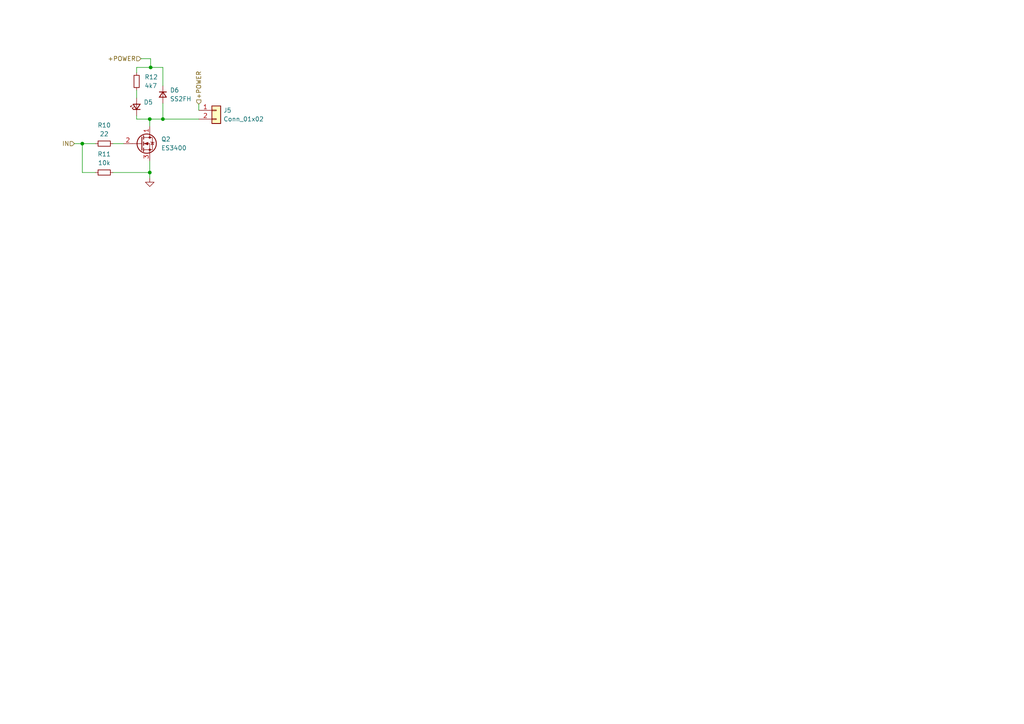
<source format=kicad_sch>
(kicad_sch (version 20211123) (generator eeschema)

  (uuid c311b5fd-a45f-47c3-9dfc-aa81b0b48919)

  (paper "A4")

  (lib_symbols
    (symbol "Connector_Generic:Conn_01x02" (pin_names (offset 1.016) hide) (in_bom yes) (on_board yes)
      (property "Reference" "J" (id 0) (at 0 2.54 0)
        (effects (font (size 1.27 1.27)))
      )
      (property "Value" "Conn_01x02" (id 1) (at 0 -5.08 0)
        (effects (font (size 1.27 1.27)))
      )
      (property "Footprint" "" (id 2) (at 0 0 0)
        (effects (font (size 1.27 1.27)) hide)
      )
      (property "Datasheet" "~" (id 3) (at 0 0 0)
        (effects (font (size 1.27 1.27)) hide)
      )
      (property "ki_keywords" "connector" (id 4) (at 0 0 0)
        (effects (font (size 1.27 1.27)) hide)
      )
      (property "ki_description" "Generic connector, single row, 01x02, script generated (kicad-library-utils/schlib/autogen/connector/)" (id 5) (at 0 0 0)
        (effects (font (size 1.27 1.27)) hide)
      )
      (property "ki_fp_filters" "Connector*:*_1x??_*" (id 6) (at 0 0 0)
        (effects (font (size 1.27 1.27)) hide)
      )
      (symbol "Conn_01x02_1_1"
        (rectangle (start -1.27 -2.413) (end 0 -2.667)
          (stroke (width 0.1524) (type default) (color 0 0 0 0))
          (fill (type none))
        )
        (rectangle (start -1.27 0.127) (end 0 -0.127)
          (stroke (width 0.1524) (type default) (color 0 0 0 0))
          (fill (type none))
        )
        (rectangle (start -1.27 1.27) (end 1.27 -3.81)
          (stroke (width 0.254) (type default) (color 0 0 0 0))
          (fill (type background))
        )
        (pin passive line (at -5.08 0 0) (length 3.81)
          (name "Pin_1" (effects (font (size 1.27 1.27))))
          (number "1" (effects (font (size 1.27 1.27))))
        )
        (pin passive line (at -5.08 -2.54 0) (length 3.81)
          (name "Pin_2" (effects (font (size 1.27 1.27))))
          (number "2" (effects (font (size 1.27 1.27))))
        )
      )
    )
    (symbol "Device:D_Small" (pin_numbers hide) (pin_names (offset 0.254) hide) (in_bom yes) (on_board yes)
      (property "Reference" "D" (id 0) (at -1.27 2.032 0)
        (effects (font (size 1.27 1.27)) (justify left))
      )
      (property "Value" "D_Small" (id 1) (at -3.81 -2.032 0)
        (effects (font (size 1.27 1.27)) (justify left))
      )
      (property "Footprint" "" (id 2) (at 0 0 90)
        (effects (font (size 1.27 1.27)) hide)
      )
      (property "Datasheet" "~" (id 3) (at 0 0 90)
        (effects (font (size 1.27 1.27)) hide)
      )
      (property "ki_keywords" "diode" (id 4) (at 0 0 0)
        (effects (font (size 1.27 1.27)) hide)
      )
      (property "ki_description" "Diode, small symbol" (id 5) (at 0 0 0)
        (effects (font (size 1.27 1.27)) hide)
      )
      (property "ki_fp_filters" "TO-???* *_Diode_* *SingleDiode* D_*" (id 6) (at 0 0 0)
        (effects (font (size 1.27 1.27)) hide)
      )
      (symbol "D_Small_0_1"
        (polyline
          (pts
            (xy -0.762 -1.016)
            (xy -0.762 1.016)
          )
          (stroke (width 0.254) (type default) (color 0 0 0 0))
          (fill (type none))
        )
        (polyline
          (pts
            (xy -0.762 0)
            (xy 0.762 0)
          )
          (stroke (width 0) (type default) (color 0 0 0 0))
          (fill (type none))
        )
        (polyline
          (pts
            (xy 0.762 -1.016)
            (xy -0.762 0)
            (xy 0.762 1.016)
            (xy 0.762 -1.016)
          )
          (stroke (width 0.254) (type default) (color 0 0 0 0))
          (fill (type none))
        )
      )
      (symbol "D_Small_1_1"
        (pin passive line (at -2.54 0 0) (length 1.778)
          (name "K" (effects (font (size 1.27 1.27))))
          (number "1" (effects (font (size 1.27 1.27))))
        )
        (pin passive line (at 2.54 0 180) (length 1.778)
          (name "A" (effects (font (size 1.27 1.27))))
          (number "2" (effects (font (size 1.27 1.27))))
        )
      )
    )
    (symbol "Device:LED_Small" (pin_numbers hide) (pin_names (offset 0.254) hide) (in_bom yes) (on_board yes)
      (property "Reference" "D" (id 0) (at -1.27 3.175 0)
        (effects (font (size 1.27 1.27)) (justify left))
      )
      (property "Value" "LED_Small" (id 1) (at -4.445 -2.54 0)
        (effects (font (size 1.27 1.27)) (justify left))
      )
      (property "Footprint" "" (id 2) (at 0 0 90)
        (effects (font (size 1.27 1.27)) hide)
      )
      (property "Datasheet" "~" (id 3) (at 0 0 90)
        (effects (font (size 1.27 1.27)) hide)
      )
      (property "ki_keywords" "LED diode light-emitting-diode" (id 4) (at 0 0 0)
        (effects (font (size 1.27 1.27)) hide)
      )
      (property "ki_description" "Light emitting diode, small symbol" (id 5) (at 0 0 0)
        (effects (font (size 1.27 1.27)) hide)
      )
      (property "ki_fp_filters" "LED* LED_SMD:* LED_THT:*" (id 6) (at 0 0 0)
        (effects (font (size 1.27 1.27)) hide)
      )
      (symbol "LED_Small_0_1"
        (polyline
          (pts
            (xy -0.762 -1.016)
            (xy -0.762 1.016)
          )
          (stroke (width 0.254) (type default) (color 0 0 0 0))
          (fill (type none))
        )
        (polyline
          (pts
            (xy 1.016 0)
            (xy -0.762 0)
          )
          (stroke (width 0) (type default) (color 0 0 0 0))
          (fill (type none))
        )
        (polyline
          (pts
            (xy 0.762 -1.016)
            (xy -0.762 0)
            (xy 0.762 1.016)
            (xy 0.762 -1.016)
          )
          (stroke (width 0.254) (type default) (color 0 0 0 0))
          (fill (type none))
        )
        (polyline
          (pts
            (xy 0 0.762)
            (xy -0.508 1.27)
            (xy -0.254 1.27)
            (xy -0.508 1.27)
            (xy -0.508 1.016)
          )
          (stroke (width 0) (type default) (color 0 0 0 0))
          (fill (type none))
        )
        (polyline
          (pts
            (xy 0.508 1.27)
            (xy 0 1.778)
            (xy 0.254 1.778)
            (xy 0 1.778)
            (xy 0 1.524)
          )
          (stroke (width 0) (type default) (color 0 0 0 0))
          (fill (type none))
        )
      )
      (symbol "LED_Small_1_1"
        (pin passive line (at -2.54 0 0) (length 1.778)
          (name "K" (effects (font (size 1.27 1.27))))
          (number "1" (effects (font (size 1.27 1.27))))
        )
        (pin passive line (at 2.54 0 180) (length 1.778)
          (name "A" (effects (font (size 1.27 1.27))))
          (number "2" (effects (font (size 1.27 1.27))))
        )
      )
    )
    (symbol "Device:Q_NMOS_DGS" (pin_names (offset 0) hide) (in_bom yes) (on_board yes)
      (property "Reference" "Q" (id 0) (at 5.08 1.27 0)
        (effects (font (size 1.27 1.27)) (justify left))
      )
      (property "Value" "Q_NMOS_DGS" (id 1) (at 5.08 -1.27 0)
        (effects (font (size 1.27 1.27)) (justify left))
      )
      (property "Footprint" "" (id 2) (at 5.08 2.54 0)
        (effects (font (size 1.27 1.27)) hide)
      )
      (property "Datasheet" "~" (id 3) (at 0 0 0)
        (effects (font (size 1.27 1.27)) hide)
      )
      (property "ki_keywords" "transistor NMOS N-MOS N-MOSFET" (id 4) (at 0 0 0)
        (effects (font (size 1.27 1.27)) hide)
      )
      (property "ki_description" "N-MOSFET transistor, drain/gate/source" (id 5) (at 0 0 0)
        (effects (font (size 1.27 1.27)) hide)
      )
      (symbol "Q_NMOS_DGS_0_1"
        (polyline
          (pts
            (xy 0.254 0)
            (xy -2.54 0)
          )
          (stroke (width 0) (type default) (color 0 0 0 0))
          (fill (type none))
        )
        (polyline
          (pts
            (xy 0.254 1.905)
            (xy 0.254 -1.905)
          )
          (stroke (width 0.254) (type default) (color 0 0 0 0))
          (fill (type none))
        )
        (polyline
          (pts
            (xy 0.762 -1.27)
            (xy 0.762 -2.286)
          )
          (stroke (width 0.254) (type default) (color 0 0 0 0))
          (fill (type none))
        )
        (polyline
          (pts
            (xy 0.762 0.508)
            (xy 0.762 -0.508)
          )
          (stroke (width 0.254) (type default) (color 0 0 0 0))
          (fill (type none))
        )
        (polyline
          (pts
            (xy 0.762 2.286)
            (xy 0.762 1.27)
          )
          (stroke (width 0.254) (type default) (color 0 0 0 0))
          (fill (type none))
        )
        (polyline
          (pts
            (xy 2.54 2.54)
            (xy 2.54 1.778)
          )
          (stroke (width 0) (type default) (color 0 0 0 0))
          (fill (type none))
        )
        (polyline
          (pts
            (xy 2.54 -2.54)
            (xy 2.54 0)
            (xy 0.762 0)
          )
          (stroke (width 0) (type default) (color 0 0 0 0))
          (fill (type none))
        )
        (polyline
          (pts
            (xy 0.762 -1.778)
            (xy 3.302 -1.778)
            (xy 3.302 1.778)
            (xy 0.762 1.778)
          )
          (stroke (width 0) (type default) (color 0 0 0 0))
          (fill (type none))
        )
        (polyline
          (pts
            (xy 1.016 0)
            (xy 2.032 0.381)
            (xy 2.032 -0.381)
            (xy 1.016 0)
          )
          (stroke (width 0) (type default) (color 0 0 0 0))
          (fill (type outline))
        )
        (polyline
          (pts
            (xy 2.794 0.508)
            (xy 2.921 0.381)
            (xy 3.683 0.381)
            (xy 3.81 0.254)
          )
          (stroke (width 0) (type default) (color 0 0 0 0))
          (fill (type none))
        )
        (polyline
          (pts
            (xy 3.302 0.381)
            (xy 2.921 -0.254)
            (xy 3.683 -0.254)
            (xy 3.302 0.381)
          )
          (stroke (width 0) (type default) (color 0 0 0 0))
          (fill (type none))
        )
        (circle (center 1.651 0) (radius 2.794)
          (stroke (width 0.254) (type default) (color 0 0 0 0))
          (fill (type none))
        )
        (circle (center 2.54 -1.778) (radius 0.254)
          (stroke (width 0) (type default) (color 0 0 0 0))
          (fill (type outline))
        )
        (circle (center 2.54 1.778) (radius 0.254)
          (stroke (width 0) (type default) (color 0 0 0 0))
          (fill (type outline))
        )
      )
      (symbol "Q_NMOS_DGS_1_1"
        (pin passive line (at 2.54 5.08 270) (length 2.54)
          (name "D" (effects (font (size 1.27 1.27))))
          (number "1" (effects (font (size 1.27 1.27))))
        )
        (pin input line (at -5.08 0 0) (length 2.54)
          (name "G" (effects (font (size 1.27 1.27))))
          (number "2" (effects (font (size 1.27 1.27))))
        )
        (pin passive line (at 2.54 -5.08 90) (length 2.54)
          (name "S" (effects (font (size 1.27 1.27))))
          (number "3" (effects (font (size 1.27 1.27))))
        )
      )
    )
    (symbol "Device:R_Small" (pin_numbers hide) (pin_names (offset 0.254) hide) (in_bom yes) (on_board yes)
      (property "Reference" "R" (id 0) (at 0.762 0.508 0)
        (effects (font (size 1.27 1.27)) (justify left))
      )
      (property "Value" "R_Small" (id 1) (at 0.762 -1.016 0)
        (effects (font (size 1.27 1.27)) (justify left))
      )
      (property "Footprint" "" (id 2) (at 0 0 0)
        (effects (font (size 1.27 1.27)) hide)
      )
      (property "Datasheet" "~" (id 3) (at 0 0 0)
        (effects (font (size 1.27 1.27)) hide)
      )
      (property "ki_keywords" "R resistor" (id 4) (at 0 0 0)
        (effects (font (size 1.27 1.27)) hide)
      )
      (property "ki_description" "Resistor, small symbol" (id 5) (at 0 0 0)
        (effects (font (size 1.27 1.27)) hide)
      )
      (property "ki_fp_filters" "R_*" (id 6) (at 0 0 0)
        (effects (font (size 1.27 1.27)) hide)
      )
      (symbol "R_Small_0_1"
        (rectangle (start -0.762 1.778) (end 0.762 -1.778)
          (stroke (width 0.2032) (type default) (color 0 0 0 0))
          (fill (type none))
        )
      )
      (symbol "R_Small_1_1"
        (pin passive line (at 0 2.54 270) (length 0.762)
          (name "~" (effects (font (size 1.27 1.27))))
          (number "1" (effects (font (size 1.27 1.27))))
        )
        (pin passive line (at 0 -2.54 90) (length 0.762)
          (name "~" (effects (font (size 1.27 1.27))))
          (number "2" (effects (font (size 1.27 1.27))))
        )
      )
    )
    (symbol "power:GND" (power) (pin_names (offset 0)) (in_bom yes) (on_board yes)
      (property "Reference" "#PWR" (id 0) (at 0 -6.35 0)
        (effects (font (size 1.27 1.27)) hide)
      )
      (property "Value" "GND" (id 1) (at 0 -3.81 0)
        (effects (font (size 1.27 1.27)))
      )
      (property "Footprint" "" (id 2) (at 0 0 0)
        (effects (font (size 1.27 1.27)) hide)
      )
      (property "Datasheet" "" (id 3) (at 0 0 0)
        (effects (font (size 1.27 1.27)) hide)
      )
      (property "ki_keywords" "power-flag" (id 4) (at 0 0 0)
        (effects (font (size 1.27 1.27)) hide)
      )
      (property "ki_description" "Power symbol creates a global label with name \"GND\" , ground" (id 5) (at 0 0 0)
        (effects (font (size 1.27 1.27)) hide)
      )
      (symbol "GND_0_1"
        (polyline
          (pts
            (xy 0 0)
            (xy 0 -1.27)
            (xy 1.27 -1.27)
            (xy 0 -2.54)
            (xy -1.27 -1.27)
            (xy 0 -1.27)
          )
          (stroke (width 0) (type default) (color 0 0 0 0))
          (fill (type none))
        )
      )
      (symbol "GND_1_1"
        (pin power_in line (at 0 0 270) (length 0) hide
          (name "GND" (effects (font (size 1.27 1.27))))
          (number "1" (effects (font (size 1.27 1.27))))
        )
      )
    )
  )

  (junction (at 47.244 34.544) (diameter 0) (color 0 0 0 0)
    (uuid 00951480-efba-4f7e-879b-2260e1e0b1c6)
  )
  (junction (at 43.434 50.038) (diameter 0) (color 0 0 0 0)
    (uuid 164579e9-2678-4dd5-93c0-7c8c18588676)
  )
  (junction (at 43.688 19.558) (diameter 0) (color 0 0 0 0)
    (uuid 203e6b62-561c-4bb0-8ebd-6c7dc97dfa1b)
  )
  (junction (at 23.876 41.656) (diameter 0) (color 0 0 0 0)
    (uuid b1650c1f-ce01-4919-9fcc-8f0500faa571)
  )
  (junction (at 43.434 34.544) (diameter 0) (color 0 0 0 0)
    (uuid d24ce828-e8cb-4e41-b085-2b629eb6bcab)
  )

  (wire (pts (xy 43.688 17.018) (xy 43.688 19.558))
    (stroke (width 0) (type default) (color 0 0 0 0))
    (uuid 0127685d-a539-48b1-9406-326aaf84a65e)
  )
  (wire (pts (xy 43.688 19.558) (xy 47.244 19.558))
    (stroke (width 0) (type default) (color 0 0 0 0))
    (uuid 0a2225f5-3f4c-4a31-98e3-976c884e6202)
  )
  (wire (pts (xy 43.434 34.544) (xy 43.434 36.576))
    (stroke (width 0) (type default) (color 0 0 0 0))
    (uuid 12d4fe89-a509-4835-864a-7cfc543a17f8)
  )
  (wire (pts (xy 39.624 21.082) (xy 39.624 19.558))
    (stroke (width 0) (type default) (color 0 0 0 0))
    (uuid 1ae7a923-f1bf-4715-9146-099e8b9f0fb7)
  )
  (wire (pts (xy 23.876 41.656) (xy 23.876 50.038))
    (stroke (width 0) (type default) (color 0 0 0 0))
    (uuid 2f19da20-3919-4c5d-a7d2-02cc41eeca13)
  )
  (wire (pts (xy 40.894 17.018) (xy 43.688 17.018))
    (stroke (width 0) (type default) (color 0 0 0 0))
    (uuid 318839fe-853b-4843-a2fc-9d3d91b61fbe)
  )
  (wire (pts (xy 32.766 50.038) (xy 43.434 50.038))
    (stroke (width 0) (type default) (color 0 0 0 0))
    (uuid 60546e20-fb59-47f8-92ed-04c9f9d06f18)
  )
  (wire (pts (xy 23.876 50.038) (xy 27.686 50.038))
    (stroke (width 0) (type default) (color 0 0 0 0))
    (uuid 64119e54-7b6b-4e26-8dc1-87a06bfcfe54)
  )
  (wire (pts (xy 39.624 26.162) (xy 39.624 28.448))
    (stroke (width 0) (type default) (color 0 0 0 0))
    (uuid 6eeaaf85-ee49-4534-a190-396f232fb26d)
  )
  (wire (pts (xy 39.624 34.544) (xy 43.434 34.544))
    (stroke (width 0) (type default) (color 0 0 0 0))
    (uuid 79992eea-88c1-44fc-aefc-e0eaa063e7f8)
  )
  (wire (pts (xy 27.686 41.656) (xy 23.876 41.656))
    (stroke (width 0) (type default) (color 0 0 0 0))
    (uuid 8e612dc1-c574-432c-96ad-dcdb6a033f56)
  )
  (wire (pts (xy 43.434 34.544) (xy 47.244 34.544))
    (stroke (width 0) (type default) (color 0 0 0 0))
    (uuid 9d05b080-b9d3-4f23-be17-0b2d93ef3aea)
  )
  (wire (pts (xy 43.434 50.038) (xy 43.434 51.562))
    (stroke (width 0) (type default) (color 0 0 0 0))
    (uuid ac628f82-56d7-46ca-b2d4-c16e0ce680b2)
  )
  (wire (pts (xy 43.434 50.038) (xy 43.434 46.736))
    (stroke (width 0) (type default) (color 0 0 0 0))
    (uuid c20ae9da-1e1f-48d6-b4f7-d5084fac4c43)
  )
  (wire (pts (xy 39.624 19.558) (xy 43.688 19.558))
    (stroke (width 0) (type default) (color 0 0 0 0))
    (uuid c4ac063e-3b1f-4574-a45f-9246aa549113)
  )
  (wire (pts (xy 47.244 34.544) (xy 57.658 34.544))
    (stroke (width 0) (type default) (color 0 0 0 0))
    (uuid d9d592d8-f0ee-4046-8926-92b9190811ce)
  )
  (wire (pts (xy 21.59 41.656) (xy 23.876 41.656))
    (stroke (width 0) (type default) (color 0 0 0 0))
    (uuid df9daf6a-07f5-4530-8539-ed97509a764f)
  )
  (wire (pts (xy 32.766 41.656) (xy 35.814 41.656))
    (stroke (width 0) (type default) (color 0 0 0 0))
    (uuid e52e2dbc-90c3-4342-ad0a-ac938a54a22d)
  )
  (wire (pts (xy 47.244 34.544) (xy 47.244 29.972))
    (stroke (width 0) (type default) (color 0 0 0 0))
    (uuid e619c508-9e40-4e2c-92e9-0562fe922bcd)
  )
  (wire (pts (xy 57.658 30.226) (xy 57.658 32.004))
    (stroke (width 0) (type default) (color 0 0 0 0))
    (uuid f1d0cd85-50ba-42c0-9850-57622ace0ebf)
  )
  (wire (pts (xy 47.244 19.558) (xy 47.244 24.892))
    (stroke (width 0) (type default) (color 0 0 0 0))
    (uuid f4fd9f0c-9510-4404-80bf-dcee5ecd9342)
  )
  (wire (pts (xy 39.624 33.528) (xy 39.624 34.544))
    (stroke (width 0) (type default) (color 0 0 0 0))
    (uuid f75e70f9-49c7-499b-8bb1-93984ed73e84)
  )

  (hierarchical_label "+POWER" (shape input) (at 40.894 17.018 180)
    (effects (font (size 1.27 1.27)) (justify right))
    (uuid 3de672a4-dd26-4ba7-95b9-919ac9551fea)
  )
  (hierarchical_label "IN" (shape input) (at 21.59 41.656 180)
    (effects (font (size 1.27 1.27)) (justify right))
    (uuid 549e1b91-4a25-4914-9d14-9b0e1b6125af)
  )
  (hierarchical_label "+POWER" (shape input) (at 57.658 30.226 90)
    (effects (font (size 1.27 1.27)) (justify left))
    (uuid d9c84520-baa3-495a-bf31-2bdeaffb3e3b)
  )

  (symbol (lib_id "Device:R_Small") (at 30.226 41.656 90) (unit 1)
    (in_bom yes) (on_board yes) (fields_autoplaced)
    (uuid 24481860-0388-4e8c-acb9-bf9823f05e68)
    (property "Reference" "R10" (id 0) (at 30.226 36.322 90))
    (property "Value" "22" (id 1) (at 30.226 38.862 90))
    (property "Footprint" "Resistor_SMD:R_0603_1608Metric_Pad0.98x0.95mm_HandSolder" (id 2) (at 30.226 41.656 0)
      (effects (font (size 1.27 1.27)) hide)
    )
    (property "Datasheet" "~" (id 3) (at 30.226 41.656 0)
      (effects (font (size 1.27 1.27)) hide)
    )
    (pin "1" (uuid eed206a4-f60b-41b9-9a0c-6ae43e730dc4))
    (pin "2" (uuid 2ce32d60-157f-4421-8734-133c66823ff2))
  )

  (symbol (lib_id "Device:R_Small") (at 30.226 50.038 90) (unit 1)
    (in_bom yes) (on_board yes) (fields_autoplaced)
    (uuid 6ab94c84-9d44-4835-9524-4e9332061c2e)
    (property "Reference" "R11" (id 0) (at 30.226 44.704 90))
    (property "Value" "10k" (id 1) (at 30.226 47.244 90))
    (property "Footprint" "Resistor_SMD:R_0603_1608Metric_Pad0.98x0.95mm_HandSolder" (id 2) (at 30.226 50.038 0)
      (effects (font (size 1.27 1.27)) hide)
    )
    (property "Datasheet" "~" (id 3) (at 30.226 50.038 0)
      (effects (font (size 1.27 1.27)) hide)
    )
    (pin "1" (uuid 021a7a06-eca8-45e5-8509-f622b7973f4d))
    (pin "2" (uuid 17bc6ca6-61a9-418e-8f3b-8057ae0893a6))
  )

  (symbol (lib_id "Device:R_Small") (at 39.624 23.622 0) (unit 1)
    (in_bom yes) (on_board yes) (fields_autoplaced)
    (uuid 8195e384-5900-42f1-9660-bb7b84fac6b6)
    (property "Reference" "R12" (id 0) (at 41.91 22.3519 0)
      (effects (font (size 1.27 1.27)) (justify left))
    )
    (property "Value" "4k7" (id 1) (at 41.91 24.8919 0)
      (effects (font (size 1.27 1.27)) (justify left))
    )
    (property "Footprint" "Resistor_SMD:R_0603_1608Metric_Pad0.98x0.95mm_HandSolder" (id 2) (at 39.624 23.622 0)
      (effects (font (size 1.27 1.27)) hide)
    )
    (property "Datasheet" "~" (id 3) (at 39.624 23.622 0)
      (effects (font (size 1.27 1.27)) hide)
    )
    (pin "1" (uuid a0855991-544a-438a-9045-42f0909cc079))
    (pin "2" (uuid e9f206e5-fcfe-4856-ac76-995d0a7ace82))
  )

  (symbol (lib_id "Device:D_Small") (at 47.244 27.432 270) (unit 1)
    (in_bom yes) (on_board yes) (fields_autoplaced)
    (uuid 942db540-f166-4afc-a9d9-78ffe1c5c0bb)
    (property "Reference" "D6" (id 0) (at 49.276 26.1619 90)
      (effects (font (size 1.27 1.27)) (justify left))
    )
    (property "Value" "SS2FH" (id 1) (at 49.276 28.7019 90)
      (effects (font (size 1.27 1.27)) (justify left))
    )
    (property "Footprint" "" (id 2) (at 47.244 27.432 90)
      (effects (font (size 1.27 1.27)) hide)
    )
    (property "Datasheet" "~" (id 3) (at 47.244 27.432 90)
      (effects (font (size 1.27 1.27)) hide)
    )
    (pin "1" (uuid 26a31833-635b-49dc-a724-5cb83424cf96))
    (pin "2" (uuid e6864bc1-3f15-45ef-a745-a4ec4058782e))
  )

  (symbol (lib_id "Device:LED_Small") (at 39.624 30.988 90) (unit 1)
    (in_bom yes) (on_board yes) (fields_autoplaced)
    (uuid 9cff53e5-3224-4aa1-a335-8691c447ff65)
    (property "Reference" "D5" (id 0) (at 41.656 29.6544 90)
      (effects (font (size 1.27 1.27)) (justify right))
    )
    (property "Value" "LED_Small" (id 1) (at 41.656 32.1944 90)
      (effects (font (size 1.27 1.27)) (justify right) hide)
    )
    (property "Footprint" "" (id 2) (at 39.624 30.988 90)
      (effects (font (size 1.27 1.27)) hide)
    )
    (property "Datasheet" "~" (id 3) (at 39.624 30.988 90)
      (effects (font (size 1.27 1.27)) hide)
    )
    (pin "1" (uuid 380d547c-a504-413a-a2f0-ae0c2cf15156))
    (pin "2" (uuid e048ed6a-e8a0-4463-90ec-3d70402ede4f))
  )

  (symbol (lib_id "Connector_Generic:Conn_01x02") (at 62.738 32.004 0) (unit 1)
    (in_bom yes) (on_board yes) (fields_autoplaced)
    (uuid a5e171fe-ac56-4e27-94f4-5ff5b2059720)
    (property "Reference" "J5" (id 0) (at 64.77 32.0039 0)
      (effects (font (size 1.27 1.27)) (justify left))
    )
    (property "Value" "Conn_01x02" (id 1) (at 64.77 34.5439 0)
      (effects (font (size 1.27 1.27)) (justify left))
    )
    (property "Footprint" "Connector_JST:JST_XH_S2B-XH-A-1_1x02_P2.50mm_Horizontal" (id 2) (at 62.738 32.004 0)
      (effects (font (size 1.27 1.27)) hide)
    )
    (property "Datasheet" "~" (id 3) (at 62.738 32.004 0)
      (effects (font (size 1.27 1.27)) hide)
    )
    (pin "1" (uuid ac90851d-0df4-44ac-b4af-7dd513f396b5))
    (pin "2" (uuid 8b327799-5fe8-4396-841b-aa0d27dfa193))
  )

  (symbol (lib_id "Device:Q_NMOS_DGS") (at 40.894 41.656 0) (unit 1)
    (in_bom yes) (on_board yes) (fields_autoplaced)
    (uuid c0995d5e-0a25-45fa-94ca-549e88f944f4)
    (property "Reference" "Q2" (id 0) (at 46.736 40.3859 0)
      (effects (font (size 1.27 1.27)) (justify left))
    )
    (property "Value" "ES3400" (id 1) (at 46.736 42.9259 0)
      (effects (font (size 1.27 1.27)) (justify left))
    )
    (property "Footprint" "" (id 2) (at 45.974 39.116 0)
      (effects (font (size 1.27 1.27)) hide)
    )
    (property "Datasheet" "~" (id 3) (at 40.894 41.656 0)
      (effects (font (size 1.27 1.27)) hide)
    )
    (pin "1" (uuid 439e9cfd-dc56-458c-9123-fd17adecf131))
    (pin "2" (uuid f7ca36e0-1d23-409f-af39-c1c380b3e813))
    (pin "3" (uuid c69f8b83-fc14-4a96-b2ee-598cab7d1c1b))
  )

  (symbol (lib_id "power:GND") (at 43.434 51.562 0) (unit 1)
    (in_bom yes) (on_board yes) (fields_autoplaced)
    (uuid e7b85155-e25c-43f7-baf7-6a6cb4940baa)
    (property "Reference" "#PWR0110" (id 0) (at 43.434 57.912 0)
      (effects (font (size 1.27 1.27)) hide)
    )
    (property "Value" "GND" (id 1) (at 43.434 56.642 0)
      (effects (font (size 1.27 1.27)) hide)
    )
    (property "Footprint" "" (id 2) (at 43.434 51.562 0)
      (effects (font (size 1.27 1.27)) hide)
    )
    (property "Datasheet" "" (id 3) (at 43.434 51.562 0)
      (effects (font (size 1.27 1.27)) hide)
    )
    (pin "1" (uuid ee2b3394-2940-4abe-b8c3-647af0cfdb94))
  )
)

</source>
